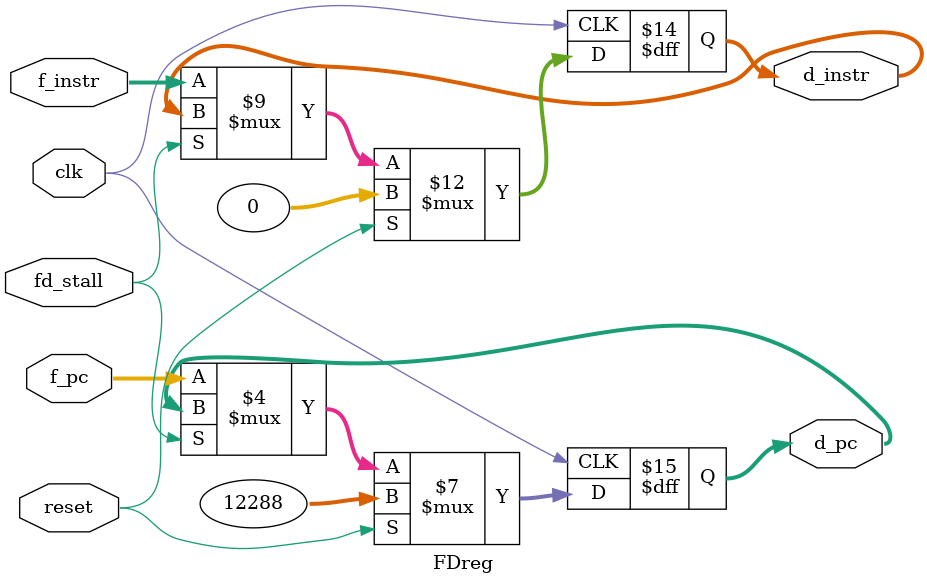
<source format=v>
module FDreg(
    input clk,
    input reset,
    input [31:0] f_instr,
    input [31:0] f_pc,
    input fd_stall,
    output reg [31:0] d_instr,
    output reg [31:0] d_pc
    );
    initial begin
        d_instr = 0;
    end 
    always @(posedge clk) begin
        if (reset) begin
            d_instr <= 0;
            d_pc <= 32'h00003000;
        end
        else if(!fd_stall) begin
            d_instr <= f_instr;
            d_pc <= f_pc;
        end
    end
endmodule
</source>
